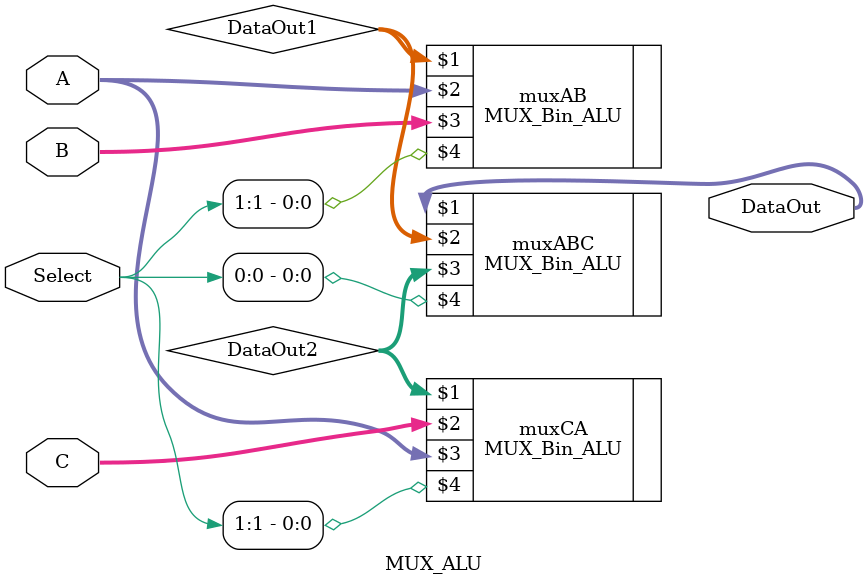
<source format=v>
`timescale 1ns / 1ps


module MUX_ALU(DataOut,A,B,C,Select);
output [31:0] DataOut;
input [1:0] Select;
input [31:0] A,B,C;
wire [31:0] DataOut1,DataOut2;

MUX_Bin_ALU muxAB(DataOut1,A,B, Select[1]);
MUX_Bin_ALU muxCA(DataOut2,C,A, Select[1]);
MUX_Bin_ALU muxABC(DataOut,DataOut1,DataOut2, Select[0]);

endmodule

</source>
